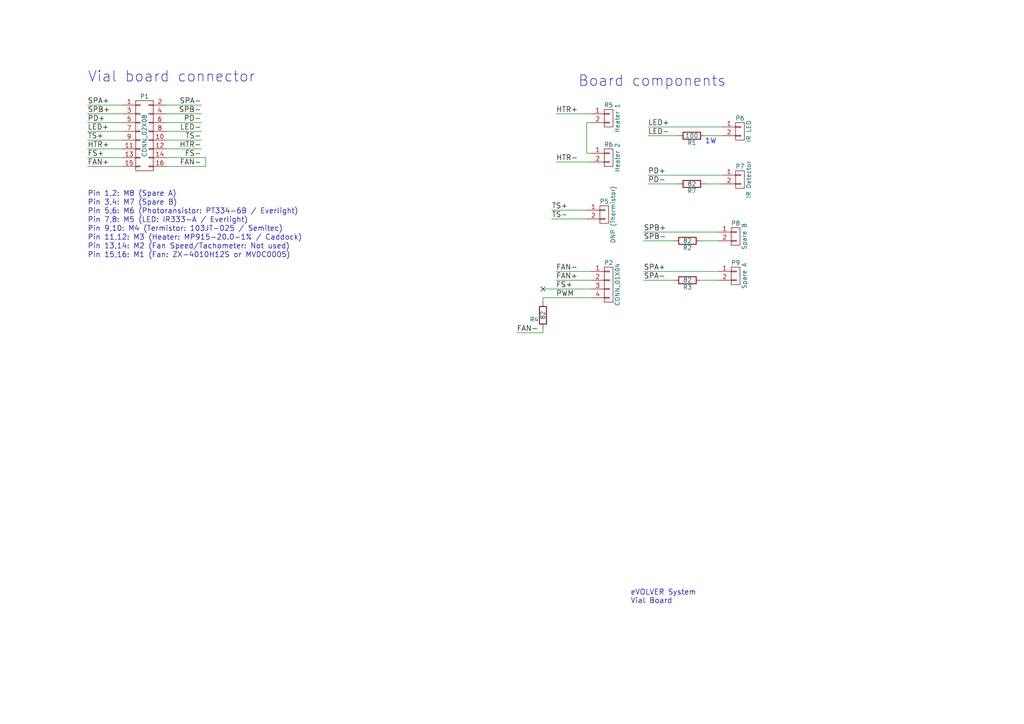
<source format=kicad_sch>
(kicad_sch (version 20211123) (generator eeschema)
  (paper "A4")
  (lib_symbols
    (symbol "Device:R" (pin_numbers hide) (pin_names (offset 0))
      (property "Reference" "R" (at 2.032 0 90))
      (property "Value" "R" (at 0 0 90))
      (symbol "R_0_1"
        (rectangle (start -1.016 -2.54) (end 1.016 2.54) (stroke (width 0.254)))
      )
      (symbol "R_1_1"
        (pin passive line (at 0 3.81 270) (length 1.27) (name "~") (number "1"))
        (pin passive line (at 0 -3.81 90) (length 1.27) (name "~") (number "2"))
      )
    )
    (symbol "Vial_Board-rescue:CONN_01X02" (pin_names (offset 1.016) hide)
      (property "Reference" "P" (at 0 3.81 0))
      (property "Value" "CONN_01X02" (at 2.54 0 90))
      (symbol "CONN_01X02_0_1"
        (rectangle (start -1.27 -1.143) (end 0.254 -1.397))
        (rectangle (start -1.27 1.397) (end 0.254 1.143))
        (rectangle (start -1.27 2.54) (end 1.27 -2.54))
      )
      (symbol "CONN_01X02_1_1"
        (pin passive line (at -5.08 1.27 0) (length 3.81) (name "P1") (number "1"))
        (pin passive line (at -5.08 -1.27 0) (length 3.81) (name "P2") (number "2"))
      )
    )
    (symbol "Vial_Board-rescue:CONN_01X04" (pin_names (offset 1.016) hide)
      (property "Reference" "P" (at 0 6.35 0))
      (property "Value" "CONN_01X04" (at 2.54 0 90))
      (symbol "CONN_01X04_0_1"
        (rectangle (start -1.27 -3.683) (end 0.254 -3.937))
        (rectangle (start -1.27 -1.143) (end 0.254 -1.397))
        (rectangle (start -1.27 1.397) (end 0.254 1.143))
        (rectangle (start -1.27 3.937) (end 0.254 3.683))
        (rectangle (start -1.27 5.08) (end 1.27 -5.08))
      )
      (symbol "CONN_01X04_1_1"
        (pin passive line (at -5.08 3.81 0) (length 3.81) (name "P1") (number "1"))
        (pin passive line (at -5.08 1.27 0) (length 3.81) (name "P2") (number "2"))
        (pin passive line (at -5.08 -1.27 0) (length 3.81) (name "P3") (number "3"))
        (pin passive line (at -5.08 -3.81 0) (length 3.81) (name "P4") (number "4"))
      )
    )
    (symbol "Vial_Board-rescue:CONN_02X08" (pin_names (offset 0.0254) hide)
      (property "Reference" "P" (at 0 11.43 0))
      (property "Value" "CONN_02X08" (at 0 0 90))
      (symbol "CONN_02X08_0_1"
        (rectangle (start -2.54 -8.763) (end -1.27 -9.017))
        (rectangle (start -2.54 -6.223) (end -1.27 -6.477))
        (rectangle (start -2.54 -3.683) (end -1.27 -3.937))
        (rectangle (start -2.54 -1.143) (end -1.27 -1.397))
        (rectangle (start -2.54 1.397) (end -1.27 1.143))
        (rectangle (start -2.54 3.937) (end -1.27 3.683))
        (rectangle (start -2.54 6.477) (end -1.27 6.223))
        (rectangle (start -2.54 9.017) (end -1.27 8.763))
        (rectangle (start -2.54 10.16) (end 2.54 -10.16))
        (rectangle (start 1.27 -8.763) (end 2.54 -9.017))
        (rectangle (start 1.27 -6.223) (end 2.54 -6.477))
        (rectangle (start 1.27 -3.683) (end 2.54 -3.937))
        (rectangle (start 1.27 -1.143) (end 2.54 -1.397))
        (rectangle (start 1.27 1.397) (end 2.54 1.143))
        (rectangle (start 1.27 3.937) (end 2.54 3.683))
        (rectangle (start 1.27 6.477) (end 2.54 6.223))
        (rectangle (start 1.27 9.017) (end 2.54 8.763))
      )
      (symbol "CONN_02X08_1_1"
        (pin passive line (at -6.35 8.89 0) (length 3.81) (name "P1") (number "1"))
        (pin passive line (at 6.35 -1.27 180) (length 3.81) (name "P10") (number "10"))
        (pin passive line (at -6.35 -3.81 0) (length 3.81) (name "P11") (number "11"))
        (pin passive line (at 6.35 -3.81 180) (length 3.81) (name "P12") (number "12"))
        (pin passive line (at -6.35 -6.35 0) (length 3.81) (name "P13") (number "13"))
        (pin passive line (at 6.35 -6.35 180) (length 3.81) (name "P14") (number "14"))
        (pin passive line (at -6.35 -8.89 0) (length 3.81) (name "P15") (number "15"))
        (pin passive line (at 6.35 -8.89 180) (length 3.81) (name "P16") (number "16"))
        (pin passive line (at 6.35 8.89 180) (length 3.81) (name "P2") (number "2"))
        (pin passive line (at -6.35 6.35 0) (length 3.81) (name "P3") (number "3"))
        (pin passive line (at 6.35 6.35 180) (length 3.81) (name "P4") (number "4"))
        (pin passive line (at -6.35 3.81 0) (length 3.81) (name "P5") (number "5"))
        (pin passive line (at 6.35 3.81 180) (length 3.81) (name "P6") (number "6"))
        (pin passive line (at -6.35 1.27 0) (length 3.81) (name "P7") (number "7"))
        (pin passive line (at 6.35 1.27 180) (length 3.81) (name "P8") (number "8"))
        (pin passive line (at -6.35 -1.27 0) (length 3.81) (name "P9") (number "9"))
      )
    )
  )
  (no_connect (at 157.48 83.82))
  (wire (pts (xy 186.69 67.31) (xy 208.28 67.31)))
  (wire (pts (xy 186.69 81.28) (xy 195.58 81.28)))
  (wire (pts (xy 25.4 43.18) (xy 35.56 43.18)))
  (wire (pts (xy 48.26 48.26) (xy 59.69 48.26)))
  (wire (pts (xy 171.45 35.56) (xy 170.18 35.56)))
  (wire (pts (xy 35.56 48.26) (xy 25.4 48.26)))
  (wire (pts (xy 208.28 69.85) (xy 203.2 69.85)))
  (wire (pts (xy 171.45 46.99) (xy 161.29 46.99)))
  (wire (pts (xy 196.85 53.34) (xy 187.96 53.34)))
  (wire (pts (xy 35.56 33.02) (xy 25.4 33.02)))
  (wire (pts (xy 171.45 81.28) (xy 161.29 81.28)))
  (wire (pts (xy 48.26 45.72) (xy 59.69 45.72)))
  (wire (pts (xy 58.42 30.48) (xy 48.26 30.48)))
  (wire (pts (xy 171.45 33.02) (xy 161.29 33.02)))
  (wire (pts (xy 187.96 36.83) (xy 209.55 36.83)))
  (wire (pts (xy 58.42 38.1) (xy 48.26 38.1)))
  (wire (pts (xy 157.48 96.52) (xy 157.48 95.25)))
  (wire (pts (xy 48.26 35.56) (xy 58.42 35.56)))
  (wire (pts (xy 35.56 40.64) (xy 25.4 40.64)))
  (wire (pts (xy 58.42 43.18) (xy 48.26 43.18)))
  (wire (pts (xy 204.47 53.34) (xy 209.55 53.34)))
  (wire (pts (xy 209.55 50.8) (xy 187.96 50.8)))
  (wire (pts (xy 25.4 38.1) (xy 35.56 38.1)))
  (wire (pts (xy 170.18 35.56) (xy 170.18 44.45)))
  (wire (pts (xy 203.2 81.28) (xy 208.28 81.28)))
  (wire (pts (xy 157.48 83.82) (xy 171.45 83.82)))
  (wire (pts (xy 208.28 78.74) (xy 186.69 78.74)))
  (wire (pts (xy 209.55 39.37) (xy 204.47 39.37)))
  (wire (pts (xy 160.02 63.5) (xy 170.18 63.5)))
  (wire (pts (xy 161.29 78.74) (xy 171.45 78.74)))
  (wire (pts (xy 195.58 69.85) (xy 186.69 69.85)))
  (wire (pts (xy 59.69 45.72) (xy 59.69 48.26)))
  (wire (pts (xy 48.26 40.64) (xy 58.42 40.64)))
  (wire (pts (xy 149.86 96.52) (xy 157.48 96.52)))
  (wire (pts (xy 48.26 33.02) (xy 58.42 33.02)))
  (wire (pts (xy 35.56 45.72) (xy 25.4 45.72)))
  (wire (pts (xy 157.48 86.36) (xy 157.48 87.63)))
  (wire (pts (xy 170.18 44.45) (xy 171.45 44.45)))
  (wire (pts (xy 196.85 39.37) (xy 187.96 39.37)))
  (wire (pts (xy 171.45 86.36) (xy 157.48 86.36)))
  (wire (pts (xy 170.18 60.96) (xy 160.02 60.96)))
  (wire (pts (xy 25.4 30.48) (xy 35.56 30.48)))
  (wire (pts (xy 35.56 35.56) (xy 25.4 35.56)))
  (text "Pin 1,2: M8 (Spare A)" (at 25.4 57.15 0) (effects (font (size 1.524 1.524)) (justify left bottom)))
  (text "Vial board connector" (at 25.4 24.13 0) (effects (font (size 3.048 3.048)) (justify left bottom)))
  (text "Pin 11,12: M3 (Heater: MP915-20.0-1% / Caddock)" (at 25.4 69.85 0) (effects (font (size 1.524 1.524)) (justify left bottom)))
  (text "Pin 5,6: M6 (Photoransistor: PT334-6B / Everlight)" (at 25.4 62.23 0) (effects (font (size 1.524 1.524)) (justify left bottom)))
  (text "eVOLVER System\nVial Board" (at 182.88 175.26 0) (effects (font (size 1.524 1.524)) (justify left bottom)))
  (text "Board components" (at 167.64 25.4 0) (effects (font (size 3.048 3.048)) (justify left bottom)))
  (text "Pin 13,14: M2 (Fan Speed/Tachometer: Not used)" (at 25.4 72.39 0) (effects (font (size 1.524 1.524)) (justify left bottom)))
  (text "Pin 15,16: M1 (Fan: ZX-4010H12S or MVDC0005)" (at 25.4 74.93 0) (effects (font (size 1.524 1.524)) (justify left bottom)))
  (text "Pin 9,10: M4 (Termistor: 103JT-025 / Semitec)" (at 25.4 67.31 0) (effects (font (size 1.524 1.524)) (justify left bottom)))
  (text "1W" (at 204.47 41.91 0) (effects (font (size 1.524 1.524)) (justify left bottom)))
  (text "Pin 7,8: M5 (LED: IR333-A / Everlight)" (at 25.4 64.77 0) (effects (font (size 1.524 1.524)) (justify left bottom)))
  (text "Pin 3,4: M7 (Spare B)" (at 25.4 59.69 0) (effects (font (size 1.524 1.524)) (justify left bottom)))
  (label "FS-" (at 58.42 45.72 180) (effects (font (size 1.524 1.524))))
  (label "LED+" (at 25.4 38.1 0) (effects (font (size 1.524 1.524))))
  (label "FAN+" (at 25.4 48.26 0) (effects (font (size 1.524 1.524))))
  (label "HTR-" (at 58.42 43.18 180) (effects (font (size 1.524 1.524))))
  (label "SPA-" (at 186.69 81.28 0) (effects (font (size 1.524 1.524))))
  (label "TS-" (at 58.42 40.64 180) (effects (font (size 1.524 1.524))))
  (label "SPA+" (at 186.69 78.74 0) (effects (font (size 1.524 1.524))))
  (label "SPA+" (at 25.4 30.48 0) (effects (font (size 1.524 1.524))))
  (label "FAN-" (at 161.29 78.74 0) (effects (font (size 1.524 1.524))))
  (label "HTR+" (at 25.4 43.18 0) (effects (font (size 1.524 1.524))))
  (label "HTR-" (at 161.29 46.99 0) (effects (font (size 1.524 1.524))))
  (label "FAN-" (at 149.86 96.52 0) (effects (font (size 1.524 1.524))))
  (label "LED+" (at 187.96 36.83 0) (effects (font (size 1.524 1.524))))
  (label "FS+" (at 161.29 83.82 0) (effects (font (size 1.524 1.524))))
  (label "PWM" (at 161.29 86.36 0) (effects (font (size 1.524 1.524))))
  (label "HTR+" (at 161.29 33.02 0) (effects (font (size 1.524 1.524))))
  (label "FS+" (at 25.4 45.72 0) (effects (font (size 1.524 1.524))))
  (label "LED-" (at 187.96 39.37 0) (effects (font (size 1.524 1.524))))
  (label "LED-" (at 58.42 38.1 180) (effects (font (size 1.524 1.524))))
  (label "SPB+" (at 25.4 33.02 0) (effects (font (size 1.524 1.524))))
  (label "FAN+" (at 161.29 81.28 0) (effects (font (size 1.524 1.524))))
  (label "TS-" (at 160.02 63.5 0) (effects (font (size 1.524 1.524))))
  (label "PD+" (at 25.4 35.56 0) (effects (font (size 1.524 1.524))))
  (label "PD-" (at 187.96 53.34 0) (effects (font (size 1.524 1.524))))
  (label "TS+" (at 160.02 60.96 0) (effects (font (size 1.524 1.524))))
  (label "SPB-" (at 186.69 69.85 0) (effects (font (size 1.524 1.524))))
  (label "PD-" (at 58.42 35.56 180) (effects (font (size 1.524 1.524))))
  (label "SPA-" (at 58.42 30.48 180) (effects (font (size 1.524 1.524))))
  (label "SPB+" (at 186.69 67.31 0) (effects (font (size 1.524 1.524))))
  (label "TS+" (at 25.4 40.64 0) (effects (font (size 1.524 1.524))))
  (label "PD+" (at 187.96 50.8 0) (effects (font (size 1.524 1.524))))
  (label "SPB-" (at 58.42 33.02 180) (effects (font (size 1.524 1.524))))
  (label "FAN-" (at 58.42 48.26 180) (effects (font (size 1.524 1.524))))
  (symbol (lib_id "Vial_Board-rescue:CONN_01X02") (at 176.53 34.29 0) (unit 1)
    (property "Reference" "R5" (at 176.53 30.48 0))
    (property "Value" "Heater 1" (at 179.07 34.29 90))
    (property "Footprint" "mods:Heater" (effects hide))
    (property "Catalog Number" "684-MP915-20" (effects hide))
    (property "Supplier Name" "Mouser Electronics" (effects hide))
  )
  (symbol (lib_id "Vial_Board-rescue:CONN_01X02") (at 176.53 45.72 0) (unit 1)
    (property "Reference" "R6" (at 176.53 41.91 0))
    (property "Value" "Heater 2" (at 179.07 45.72 90))
    (property "Footprint" "mods:Heater" (effects hide))
    (property "Catalog Number" "684-MP915-20" (effects hide))
    (property "Supplier Name" "Mouser Electronics" (effects hide))
  )
  (symbol (lib_id "Vial_Board-rescue:CONN_01X02") (at 175.26 62.23 0) (unit 1)
    (property "Reference" "P5" (at 175.26 58.42 0))
    (property "Value" "DNP (Thermistor)" (at 177.8 62.23 90))
    (property "Footprint" "mods:Thermistor" (effects hide))
    (property "Catalog Number" "x" (effects hide))
    (property "Supplier Name" "x" (effects hide))
  )
  (symbol (lib_id "Vial_Board-rescue:CONN_01X02") (at 214.63 38.1 0) (unit 1)
    (property "Reference" "P6" (at 214.63 34.29 0))
    (property "Value" "IR LED" (at 217.17 38.1 90))
    (property "Footprint" "mods:screw_terminal" (effects hide))
    (property "Catalog Number" "ED10561-ND" (effects hide))
    (property "Supplier Name" "Digi-Key" (effects hide))
  )
  (symbol (lib_id "Device:R") (at 200.66 39.37 90) (mirror x) (unit 1)
    (property "Reference" "R1" (at 200.66 41.402 90))
    (property "Value" "100" (at 200.66 39.37 90))
    (property "Footprint" "Resistors_SMD:R_0805_HandSoldering" (effects hide))
    (property "Catalog Number" "82ZCT-ND" (effects hide))
    (property "Supplier Name" "Digi-Key" (effects hide))
  )
  (symbol (lib_id "Vial_Board-rescue:CONN_01X02") (at 214.63 52.07 0) (unit 1)
    (property "Reference" "P7" (at 214.63 48.26 0))
    (property "Value" "IR Detector" (at 217.17 52.07 90))
    (property "Footprint" "mods:screw_terminal" (effects hide))
    (property "Catalog Number" "ED10561-ND" (effects hide))
    (property "Supplier Name" "Digi-Key" (effects hide))
  )
  (symbol (lib_id "Vial_Board-rescue:CONN_01X02") (at 213.36 68.58 0) (unit 1)
    (property "Reference" "P8" (at 213.36 64.77 0))
    (property "Value" "Spare B" (at 215.9 68.58 90))
    (property "Footprint" "mods:screw_terminal" (effects hide))
    (property "Catalog Number" "ED10561-ND" (effects hide))
    (property "Supplier Name" "Digi-key" (effects hide))
  )
  (symbol (lib_id "Vial_Board-rescue:CONN_01X02") (at 213.36 80.01 0) (unit 1)
    (property "Reference" "P9" (at 213.36 76.2 0))
    (property "Value" "Spare A" (at 215.9 80.01 90))
    (property "Footprint" "mods:screw_terminal" (effects hide))
    (property "Catalog Number" "ED10561-ND" (effects hide))
    (property "Supplier Name" "Digi-key" (effects hide))
  )
  (symbol (lib_id "Device:R") (at 199.39 81.28 270) (unit 1)
    (property "Reference" "R3" (at 199.39 83.312 90))
    (property "Value" "82" (at 199.39 81.28 90))
    (property "Footprint" "Resistors_SMD:R_0805_HandSoldering" (effects hide))
    (property "Catalog Number" "82ZCT-ND" (effects hide))
    (property "Supplier Name" "Digi-key" (effects hide))
  )
  (symbol (lib_id "Vial_Board-rescue:CONN_02X08") (at 41.91 39.37 0) (unit 1)
    (property "Reference" "P1" (at 41.91 27.94 0))
    (property "Value" "CONN_02X08" (at 41.91 39.37 90))
    (property "Footprint" " " (at 41.91 52.07 0))
    (property "Catalog Number" "S9171-ND" (effects hide))
    (property "Supplier Name" "Digi-key" (effects hide))
  )
  (symbol (lib_id "Vial_Board-rescue:CONN_01X04") (at 176.53 82.55 0) (unit 1)
    (property "Reference" "P2" (at 176.53 76.2 0))
    (property "Value" "CONN_01X04" (at 179.07 82.55 90))
    (property "Footprint" "mods:4_ScrewTerm" (effects hide))
    (property "Catalog Number" "ED10563-ND" (effects hide))
    (property "Supplier Name" "Digi-Key" (effects hide))
  )
  (symbol (lib_id "Device:R") (at 157.48 91.44 0) (unit 1)
    (property "Reference" "R4" (at 154.94 92.71 0))
    (property "Value" "82" (at 157.48 91.44 90))
    (property "Footprint" "Resistors_SMD:R_0805_HandSoldering" (effects hide))
    (property "Catalog Number" "82ZCT-ND" (effects hide))
    (property "Supplier Name" "Digi-Key" (effects hide))
  )
  (symbol (lib_id "Device:R") (at 200.66 53.34 270) (unit 1)
    (property "Reference" "R7" (at 200.66 55.372 90))
    (property "Value" "82" (at 200.66 53.34 90))
    (property "Footprint" "Resistors_SMD:R_0805_HandSoldering" (effects hide))
    (property "Catalog Number" "82ZCT-ND" (effects hide))
    (property "Supplier Name" "Digi-key" (effects hide))
  )
  (symbol (lib_id "Device:R") (at 199.39 69.85 90) (mirror x) (unit 1)
    (property "Reference" "R2" (at 199.39 71.882 90))
    (property "Value" "82" (at 199.39 69.85 90))
    (property "Footprint" "Resistors_SMD:R_0805_HandSoldering" (effects hide))
    (property "Catalog Number" "82ZCT-ND" (effects hide))
    (property "Supplier Name" "Digi-Key" (effects hide))
  )
)
</source>
